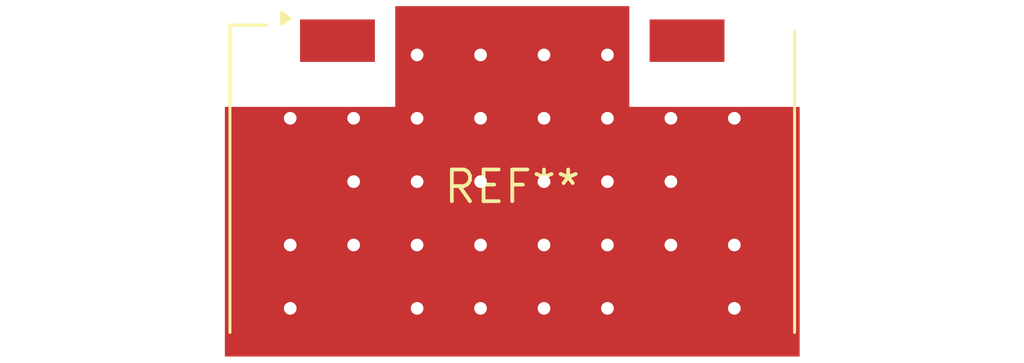
<source format=kicad_pcb>
(kicad_pcb (version 20240108) (generator pcbnew)
  (layers (0 "F.Cu" signal) (31 "B.Cu" signal) (34 "B.Paste" user) (35 "F.Paste" user) (36 "B.SilkS" user "B.Silkscreen") (37 "F.SilkS" user "F.Silkscreen") (38 "B.Mask" user) (39 "F.Mask" user) (44 "Edge.Cuts" user))
  (net 0 "")
  (footprint "Mini-Circuits_HZ1198_LandPatternPL-247" (layer "F.Cu") (at 0 0)
    (property "Reference" "REF**")
    (property "Value" "Mini-Circuits_HZ1198_LandPatternPL-247")
    (fp_line (start -11.303 -6.477) (end -11.303 5.842) (layer "F.SilkS") (stroke (width 0.12)))
    (fp_line (start -9.84 -6.477) (end -11.303 -6.477) (layer "F.SilkS") (stroke (width 0.12)))
    (fp_line (start 11.303 -6.223) (end 11.303 5.842) (layer "F.SilkS") (stroke (width 0.12)))
    (fp_poly (pts (xy -8.9 -6.75) (xy -9.236 -6.51) (xy -9.236 -6.99) (xy -8.9 -6.75)) (layer "F.SilkS") (stroke (width 0.12)) (fill solid))
    (pad "1" smd rect (at -6.9977 -5.8547) (size 2.9972 1.7018) (layers "F.Cu" "F.Paste" "F.Mask") (clearance 0.8128))
    (pad "2" smd rect (at 6.9977 -5.8547) (size 2.9972 1.7018) (layers "F.Cu" "F.Paste" "F.Mask") (clearance 0.8128))
    (pad "3" thru_hole circle (at -8.89 -2.7432) (size 0.762 0.762) (drill 0.508) (layers *.Cu) (remove_unused_layers))
    (pad "3" thru_hole circle (at -8.89 2.3368) (size 1.016 1.016) (drill 0.508) (layers *.Cu) (remove_unused_layers))
    (pad "3" thru_hole circle (at -8.89 4.8768) (size 1.016 1.016) (drill 0.508) (layers *.Cu) (remove_unused_layers))
    (pad "3" thru_hole circle (at -6.35 -2.7432) (size 0.762 0.762) (drill 0.508) (layers *.Cu) (remove_unused_layers))
    (pad "3" thru_hole circle (at -6.35 -0.2032) (size 1.016 1.016) (drill 0.508) (layers *.Cu) (remove_unused_layers))
    (pad "3" thru_hole circle (at -6.35 2.3368) (size 1.016 1.016) (drill 0.508) (layers *.Cu) (remove_unused_layers))
    (pad "3" thru_hole circle (at -3.81 -5.2832) (size 1.016 1.016) (drill 0.508) (layers *.Cu) (remove_unused_layers))
    (pad "3" thru_hole circle (at -3.81 -2.7432) (size 1.016 1.016) (drill 0.508) (layers *.Cu) (remove_unused_layers))
    (pad "3" thru_hole circle (at -3.81 -0.2032) (size 1.016 1.016) (drill 0.508) (layers *.Cu) (remove_unused_layers))
    (pad "3" thru_hole circle (at -3.81 2.3368) (size 1.016 1.016) (drill 0.508) (layers *.Cu) (remove_unused_layers))
    (pad "3" thru_hole circle (at -3.81 4.8768) (size 1.016 1.016) (drill 0.508) (layers *.Cu) (remove_unused_layers))
    (pad "3" thru_hole circle (at -1.27 -5.2832) (size 1.016 1.016) (drill 0.508) (layers *.Cu) (remove_unused_layers))
    (pad "3" thru_hole circle (at -1.27 -2.7432) (size 1.016 1.016) (drill 0.508) (layers *.Cu) (remove_unused_layers))
    (pad "3" thru_hole circle (at -1.27 -0.2032) (size 1.016 1.016) (drill 0.508) (layers *.Cu) (remove_unused_layers))
    (pad "3" thru_hole circle (at -1.27 2.3368) (size 1.016 1.016) (drill 0.508) (layers *.Cu) (remove_unused_layers))
    (pad "3" thru_hole circle (at -1.27 4.8768) (size 1.016 1.016) (drill 0.508) (layers *.Cu) (remove_unused_layers))
    (pad "3" smd rect (at 0 -5.207) (size 9.3726 4.064) (layers "F.Cu"))
    (pad "3" smd rect (at 0 1.8034) (size 23.0124 10.0076) (layers "F.Cu"))
    (pad "3" thru_hole circle (at 1.27 -5.2832) (size 1.016 1.016) (drill 0.508) (layers *.Cu) (remove_unused_layers))
    (pad "3" thru_hole circle (at 1.27 -2.7432) (size 1.016 1.016) (drill 0.508) (layers *.Cu) (remove_unused_layers))
    (pad "3" thru_hole circle (at 1.27 -0.2032) (size 1.016 1.016) (drill 0.508) (layers *.Cu) (remove_unused_layers))
    (pad "3" thru_hole circle (at 1.27 2.3368) (size 1.016 1.016) (drill 0.508) (layers *.Cu) (remove_unused_layers))
    (pad "3" thru_hole circle (at 1.27 4.8768) (size 1.016 1.016) (drill 0.508) (layers *.Cu) (remove_unused_layers))
    (pad "3" thru_hole circle (at 3.81 -5.2832) (size 1.016 1.016) (drill 0.508) (layers *.Cu) (remove_unused_layers))
    (pad "3" thru_hole circle (at 3.81 -2.7432) (size 1.016 1.016) (drill 0.508) (layers *.Cu) (remove_unused_layers))
    (pad "3" thru_hole circle (at 3.81 -0.2032) (size 1.016 1.016) (drill 0.508) (layers *.Cu) (remove_unused_layers))
    (pad "3" thru_hole circle (at 3.81 2.3368) (size 1.016 1.016) (drill 0.508) (layers *.Cu) (remove_unused_layers))
    (pad "3" thru_hole circle (at 3.81 4.8768) (size 1.016 1.016) (drill 0.508) (layers *.Cu) (remove_unused_layers))
    (pad "3" thru_hole circle (at 6.35 -2.7432) (size 0.762 0.762) (drill 0.508) (layers *.Cu) (remove_unused_layers))
    (pad "3" thru_hole circle (at 6.35 -0.2032) (size 1.016 1.016) (drill 0.508) (layers *.Cu) (remove_unused_layers))
    (pad "3" thru_hole circle (at 6.35 2.3368) (size 1.016 1.016) (drill 0.508) (layers *.Cu) (remove_unused_layers))
    (pad "3" thru_hole circle (at 8.89 -2.7432) (size 0.762 0.762) (drill 0.508) (layers *.Cu) (remove_unused_layers))
    (pad "3" thru_hole circle (at 8.89 2.3368) (size 1.016 1.016) (drill 0.508) (layers *.Cu) (remove_unused_layers))
    (pad "3" thru_hole circle (at 8.89 4.8768) (size 1.016 1.016) (drill 0.508) (layers *.Cu) (remove_unused_layers))
    (pad "3" smd rect (at 9.779 -0.2032) (size 2.4384 1.9812) (layers "F.Cu" "F.Paste" "F.Mask"))
    (pad "4" smd rect (at 6.8961 5.0546) (size 1.9812 2.4892) (layers "F.Cu" "F.Paste" "F.Mask"))
    (pad "5" smd rect (at -6.8961 5.0546) (size 1.9812 2.4892) (layers "F.Cu" "F.Paste" "F.Mask"))
    (pad "6" smd rect (at -9.779 -0.2032) (size 2.4384 1.9812) (layers "F.Cu" "F.Paste" "F.Mask"))
  )
)
</source>
